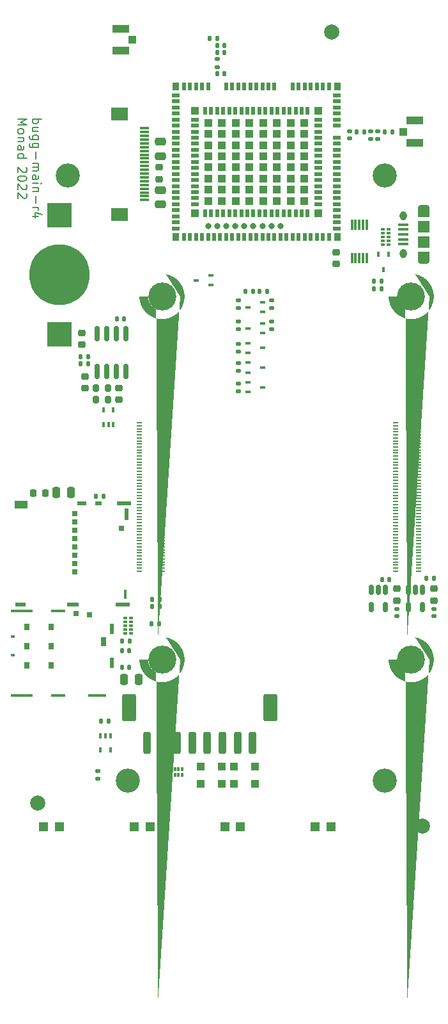
<source format=gbr>
%TF.GenerationSoftware,KiCad,Pcbnew,6.99.0-1.20221101gitf80c150.fc36*%
%TF.CreationDate,2022-11-23T15:43:31+00:00*%
%TF.ProjectId,bugg-main-r4,62756767-2d6d-4616-996e-2d72342e6b69,rev?*%
%TF.SameCoordinates,Original*%
%TF.FileFunction,Soldermask,Top*%
%TF.FilePolarity,Negative*%
%FSLAX46Y46*%
G04 Gerber Fmt 4.6, Leading zero omitted, Abs format (unit mm)*
G04 Created by KiCad (PCBNEW 6.99.0-1.20221101gitf80c150.fc36) date 2022-11-23 15:43:31*
%MOMM*%
%LPD*%
G01*
G04 APERTURE LIST*
G04 Aperture macros list*
%AMRoundRect*
0 Rectangle with rounded corners*
0 $1 Rounding radius*
0 $2 $3 $4 $5 $6 $7 $8 $9 X,Y pos of 4 corners*
0 Add a 4 corners polygon primitive as box body*
4,1,4,$2,$3,$4,$5,$6,$7,$8,$9,$2,$3,0*
0 Add four circle primitives for the rounded corners*
1,1,$1+$1,$2,$3*
1,1,$1+$1,$4,$5*
1,1,$1+$1,$6,$7*
1,1,$1+$1,$8,$9*
0 Add four rect primitives between the rounded corners*
20,1,$1+$1,$2,$3,$4,$5,0*
20,1,$1+$1,$4,$5,$6,$7,0*
20,1,$1+$1,$6,$7,$8,$9,0*
20,1,$1+$1,$8,$9,$2,$3,0*%
%AMFreePoly0*
4,1,101,-1.895792,2.944575,-1.557458,2.864389,-1.230721,2.745466,-0.920000,2.589416,-0.629496,2.398348,-0.363138,2.174847,-0.124527,1.921935,0.083109,1.643032,0.256962,1.341910,0.394681,1.022640,0.494404,0.689541,0.554783,0.347118,0.575000,0.000000,0.554783,-0.347118,0.494404,-0.689541,0.394681,-1.022640,0.256962,-1.341910,0.083109,-1.643032,-0.124527,-1.921935,-0.363138,-2.174847,
-0.629496,-2.398348,-0.920000,-2.589416,-1.230721,-2.745466,-1.557458,-2.864389,-1.895792,-2.944575,-2.241147,-2.984941,-2.588853,-2.984941,-2.934208,-2.944575,-3.272542,-2.864389,-3.599279,-2.745466,-3.910000,-2.589416,-4.200504,-2.398348,-4.466862,-2.174847,-4.705473,-1.921935,-4.913109,-1.643032,-5.086962,-1.341910,-5.224681,-1.022640,-5.324404,-0.689541,-5.384783,-0.347118,-5.405000,0.000000,
-4.259700,0.000000,-4.240924,-0.262528,-4.184977,-0.519712,-4.092998,-0.766316,-3.966860,-0.997320,-3.809131,-1.208022,-3.623022,-1.394131,-3.412320,-1.551860,-3.181316,-1.677998,-2.934712,-1.769977,-2.677528,-1.825924,-2.415000,-1.844700,-2.152472,-1.825924,-1.895288,-1.769977,-1.648684,-1.677998,-1.417680,-1.551860,-1.206978,-1.394131,-1.020869,-1.208022,-0.863140,-0.997320,-0.737002,-0.766316,
-0.645023,-0.519712,-0.589076,-0.262528,-0.570300,0.000000,-0.589076,0.262528,-0.645023,0.519712,-0.737002,0.766316,-0.863140,0.997320,-1.020869,1.208022,-1.206978,1.394131,-1.417680,1.551860,-1.648684,1.677998,-1.895288,1.769977,-2.152472,1.825924,-2.415000,1.844700,-2.677528,1.825924,-2.934712,1.769977,-3.181316,1.677998,-3.412320,1.551860,-3.623022,1.394131,-3.809131,1.208022,
-3.966860,0.997320,-4.092998,0.766316,-4.184977,0.519712,-4.240924,0.262528,-4.259700,0.000000,-5.405000,0.000000,-5.384783,0.347118,-5.324404,0.689541,-5.224681,1.022640,-5.086962,1.341910,-4.913109,1.643032,-4.705473,1.921935,-4.466862,2.174847,-4.200504,2.398348,-3.910000,2.589416,-3.599279,2.745466,-3.272542,2.864389,-2.934208,2.944575,-2.588853,2.984941,-2.241147,2.984941,
-1.895792,2.944575,-1.895792,2.944575,$1*%
G04 Aperture macros list end*
%ADD10C,0.200000*%
%ADD11RoundRect,0.150000X-0.150000X0.512500X-0.150000X-0.512500X0.150000X-0.512500X0.150000X0.512500X0*%
%ADD12R,1.350000X0.400000*%
%ADD13O,1.550000X0.890000*%
%ADD14R,1.550000X1.200000*%
%ADD15O,0.950000X1.250000*%
%ADD16R,1.550000X1.500000*%
%ADD17R,1.200000X1.200000*%
%ADD18R,0.700000X0.450000*%
%ADD19RoundRect,0.135000X0.185000X-0.135000X0.185000X0.135000X-0.185000X0.135000X-0.185000X-0.135000X0*%
%ADD20RoundRect,0.250000X-0.250000X-1.200000X0.250000X-1.200000X0.250000X1.200000X-0.250000X1.200000X0*%
%ADD21RoundRect,0.250000X-0.650000X-1.550000X0.650000X-1.550000X0.650000X1.550000X-0.650000X1.550000X0*%
%ADD22RoundRect,0.225000X0.250000X-0.225000X0.250000X0.225000X-0.250000X0.225000X-0.250000X-0.225000X0*%
%ADD23RoundRect,0.250000X-0.475000X0.250000X-0.475000X-0.250000X0.475000X-0.250000X0.475000X0.250000X0*%
%ADD24RoundRect,0.150000X0.150000X-0.825000X0.150000X0.825000X-0.150000X0.825000X-0.150000X-0.825000X0*%
%ADD25RoundRect,0.218750X-0.256250X0.218750X-0.256250X-0.218750X0.256250X-0.218750X0.256250X0.218750X0*%
%ADD26RoundRect,0.135000X0.135000X0.185000X-0.135000X0.185000X-0.135000X-0.185000X0.135000X-0.185000X0*%
%ADD27R,0.450000X0.700000*%
%ADD28R,0.550000X0.300000*%
%ADD29R,0.550000X0.400000*%
%ADD30RoundRect,0.135000X-0.185000X0.135000X-0.185000X-0.135000X0.185000X-0.135000X0.185000X0.135000X0*%
%ADD31R,1.050000X1.000000*%
%ADD32R,2.200000X1.050000*%
%ADD33RoundRect,0.140000X0.140000X0.170000X-0.140000X0.170000X-0.140000X-0.170000X0.140000X-0.170000X0*%
%ADD34RoundRect,0.135000X-0.135000X-0.185000X0.135000X-0.185000X0.135000X0.185000X-0.135000X0.185000X0*%
%ADD35RoundRect,0.140000X-0.140000X-0.170000X0.140000X-0.170000X0.140000X0.170000X-0.140000X0.170000X0*%
%ADD36R,0.500000X1.000000*%
%ADD37R,1.000000X0.500000*%
%ADD38R,1.000000X1.000000*%
%ADD39R,0.900000X1.000000*%
%ADD40C,0.800000*%
%ADD41R,0.300000X1.400000*%
%ADD42R,1.100000X1.100000*%
%ADD43C,3.700000*%
%ADD44FreePoly0,0.000000*%
%ADD45C,2.000000*%
%ADD46R,0.700000X0.200000*%
%ADD47C,3.200000*%
%ADD48RoundRect,0.225000X0.225000X0.250000X-0.225000X0.250000X-0.225000X-0.250000X0.225000X-0.250000X0*%
%ADD49RoundRect,0.140000X-0.170000X0.140000X-0.170000X-0.140000X0.170000X-0.140000X0.170000X0.140000X0*%
%ADD50R,0.700000X0.900000*%
%ADD51R,0.700000X0.700000*%
%ADD52R,0.650000X1.200000*%
%ADD53R,2.900000X0.450000*%
%ADD54R,1.900000X0.450000*%
%ADD55R,2.400000X0.450000*%
%ADD56R,0.500000X1.400000*%
%ADD57R,0.600000X0.300000*%
%ADD58R,0.700000X0.750000*%
%ADD59R,0.400000X0.650000*%
%ADD60RoundRect,0.147500X-0.147500X-0.172500X0.147500X-0.172500X0.147500X0.172500X-0.147500X0.172500X0*%
%ADD61RoundRect,0.147500X0.147500X0.172500X-0.147500X0.172500X-0.147500X-0.172500X0.147500X-0.172500X0*%
%ADD62RoundRect,0.250000X0.475000X-0.250000X0.475000X0.250000X-0.475000X0.250000X-0.475000X-0.250000X0*%
%ADD63RoundRect,0.147500X0.172500X-0.147500X0.172500X0.147500X-0.172500X0.147500X-0.172500X-0.147500X0*%
%ADD64R,1.300000X0.300000*%
%ADD65R,2.200000X1.800000*%
%ADD66RoundRect,0.250000X-0.250000X-0.475000X0.250000X-0.475000X0.250000X0.475000X-0.250000X0.475000X0*%
%ADD67R,0.300000X0.550000*%
%ADD68R,0.400000X0.550000*%
%ADD69RoundRect,0.140000X0.170000X-0.140000X0.170000X0.140000X-0.170000X0.140000X-0.170000X-0.140000X0*%
%ADD70RoundRect,0.200000X-0.200000X-0.275000X0.200000X-0.275000X0.200000X0.275000X-0.200000X0.275000X0*%
%ADD71R,3.200000X3.200000*%
%ADD72C,8.000000*%
%ADD73RoundRect,0.225000X-0.250000X0.225000X-0.250000X-0.225000X0.250000X-0.225000X0.250000X0.225000X0*%
%ADD74R,0.700000X0.640000*%
%ADD75R,0.550000X1.550000*%
%ADD76R,1.850000X0.570000*%
%ADD77R,0.820000X0.520000*%
%ADD78R,1.150000X0.520000*%
%ADD79R,1.700000X1.010000*%
%ADD80R,0.450000X1.300000*%
%ADD81R,1.960000X0.570000*%
%ADD82R,1.650000X0.520000*%
%ADD83R,1.450000X0.570000*%
G04 APERTURE END LIST*
D10*
X-25668857Y47464285D02*
X-24468857Y47464285D01*
X-24926000Y47464285D02*
X-24868857Y47350000D01*
X-24868857Y47350000D02*
X-24868857Y47121428D01*
X-24868857Y47121428D02*
X-24926000Y47007142D01*
X-24926000Y47007142D02*
X-24983142Y46950000D01*
X-24983142Y46950000D02*
X-25097428Y46892857D01*
X-25097428Y46892857D02*
X-25440285Y46892857D01*
X-25440285Y46892857D02*
X-25554571Y46950000D01*
X-25554571Y46950000D02*
X-25611714Y47007142D01*
X-25611714Y47007142D02*
X-25668857Y47121428D01*
X-25668857Y47121428D02*
X-25668857Y47350000D01*
X-25668857Y47350000D02*
X-25611714Y47464285D01*
X-24868857Y45864286D02*
X-25668857Y45864286D01*
X-24868857Y46378571D02*
X-25497428Y46378571D01*
X-25497428Y46378571D02*
X-25611714Y46321428D01*
X-25611714Y46321428D02*
X-25668857Y46207143D01*
X-25668857Y46207143D02*
X-25668857Y46035714D01*
X-25668857Y46035714D02*
X-25611714Y45921428D01*
X-25611714Y45921428D02*
X-25554571Y45864286D01*
X-24868857Y44778572D02*
X-25840285Y44778572D01*
X-25840285Y44778572D02*
X-25954571Y44835714D01*
X-25954571Y44835714D02*
X-26011714Y44892857D01*
X-26011714Y44892857D02*
X-26068857Y45007143D01*
X-26068857Y45007143D02*
X-26068857Y45178572D01*
X-26068857Y45178572D02*
X-26011714Y45292857D01*
X-25611714Y44778572D02*
X-25668857Y44892857D01*
X-25668857Y44892857D02*
X-25668857Y45121429D01*
X-25668857Y45121429D02*
X-25611714Y45235714D01*
X-25611714Y45235714D02*
X-25554571Y45292857D01*
X-25554571Y45292857D02*
X-25440285Y45350000D01*
X-25440285Y45350000D02*
X-25097428Y45350000D01*
X-25097428Y45350000D02*
X-24983142Y45292857D01*
X-24983142Y45292857D02*
X-24926000Y45235714D01*
X-24926000Y45235714D02*
X-24868857Y45121429D01*
X-24868857Y45121429D02*
X-24868857Y44892857D01*
X-24868857Y44892857D02*
X-24926000Y44778572D01*
X-24868857Y43692858D02*
X-25840285Y43692858D01*
X-25840285Y43692858D02*
X-25954571Y43750000D01*
X-25954571Y43750000D02*
X-26011714Y43807143D01*
X-26011714Y43807143D02*
X-26068857Y43921429D01*
X-26068857Y43921429D02*
X-26068857Y44092858D01*
X-26068857Y44092858D02*
X-26011714Y44207143D01*
X-25611714Y43692858D02*
X-25668857Y43807143D01*
X-25668857Y43807143D02*
X-25668857Y44035715D01*
X-25668857Y44035715D02*
X-25611714Y44150000D01*
X-25611714Y44150000D02*
X-25554571Y44207143D01*
X-25554571Y44207143D02*
X-25440285Y44264286D01*
X-25440285Y44264286D02*
X-25097428Y44264286D01*
X-25097428Y44264286D02*
X-24983142Y44207143D01*
X-24983142Y44207143D02*
X-24926000Y44150000D01*
X-24926000Y44150000D02*
X-24868857Y44035715D01*
X-24868857Y44035715D02*
X-24868857Y43807143D01*
X-24868857Y43807143D02*
X-24926000Y43692858D01*
X-25211714Y43121429D02*
X-25211714Y42207144D01*
X-25668857Y41635715D02*
X-24868857Y41635715D01*
X-24983142Y41635715D02*
X-24926000Y41578572D01*
X-24926000Y41578572D02*
X-24868857Y41464287D01*
X-24868857Y41464287D02*
X-24868857Y41292858D01*
X-24868857Y41292858D02*
X-24926000Y41178572D01*
X-24926000Y41178572D02*
X-25040285Y41121430D01*
X-25040285Y41121430D02*
X-25668857Y41121430D01*
X-25040285Y41121430D02*
X-24926000Y41064287D01*
X-24926000Y41064287D02*
X-24868857Y40950001D01*
X-24868857Y40950001D02*
X-24868857Y40778572D01*
X-24868857Y40778572D02*
X-24926000Y40664287D01*
X-24926000Y40664287D02*
X-25040285Y40607144D01*
X-25040285Y40607144D02*
X-25668857Y40607144D01*
X-25668857Y39521430D02*
X-25040285Y39521430D01*
X-25040285Y39521430D02*
X-24926000Y39578572D01*
X-24926000Y39578572D02*
X-24868857Y39692858D01*
X-24868857Y39692858D02*
X-24868857Y39921430D01*
X-24868857Y39921430D02*
X-24926000Y40035715D01*
X-25611714Y39521430D02*
X-25668857Y39635715D01*
X-25668857Y39635715D02*
X-25668857Y39921430D01*
X-25668857Y39921430D02*
X-25611714Y40035715D01*
X-25611714Y40035715D02*
X-25497428Y40092858D01*
X-25497428Y40092858D02*
X-25383142Y40092858D01*
X-25383142Y40092858D02*
X-25268857Y40035715D01*
X-25268857Y40035715D02*
X-25211714Y39921430D01*
X-25211714Y39921430D02*
X-25211714Y39635715D01*
X-25211714Y39635715D02*
X-25154571Y39521430D01*
X-25668857Y38950001D02*
X-24868857Y38950001D01*
X-24468857Y38950001D02*
X-24526000Y39007144D01*
X-24526000Y39007144D02*
X-24583142Y38950001D01*
X-24583142Y38950001D02*
X-24526000Y38892858D01*
X-24526000Y38892858D02*
X-24468857Y38950001D01*
X-24468857Y38950001D02*
X-24583142Y38950001D01*
X-24868857Y38378572D02*
X-25668857Y38378572D01*
X-24983142Y38378572D02*
X-24926000Y38321429D01*
X-24926000Y38321429D02*
X-24868857Y38207144D01*
X-24868857Y38207144D02*
X-24868857Y38035715D01*
X-24868857Y38035715D02*
X-24926000Y37921429D01*
X-24926000Y37921429D02*
X-25040285Y37864287D01*
X-25040285Y37864287D02*
X-25668857Y37864287D01*
X-25211714Y37292858D02*
X-25211714Y36378573D01*
X-25668857Y35807144D02*
X-24868857Y35807144D01*
X-25097428Y35807144D02*
X-24983142Y35750001D01*
X-24983142Y35750001D02*
X-24926000Y35692859D01*
X-24926000Y35692859D02*
X-24868857Y35578573D01*
X-24868857Y35578573D02*
X-24868857Y35464287D01*
X-24868857Y34550002D02*
X-25668857Y34550002D01*
X-24411714Y34835716D02*
X-25268857Y35121430D01*
X-25268857Y35121430D02*
X-25268857Y34378573D01*
X-27612857Y47464285D02*
X-26412857Y47464285D01*
X-26412857Y47464285D02*
X-27270000Y47064285D01*
X-27270000Y47064285D02*
X-26412857Y46664285D01*
X-26412857Y46664285D02*
X-27612857Y46664285D01*
X-27612857Y45921428D02*
X-27555714Y46035713D01*
X-27555714Y46035713D02*
X-27498571Y46092856D01*
X-27498571Y46092856D02*
X-27384285Y46149999D01*
X-27384285Y46149999D02*
X-27041428Y46149999D01*
X-27041428Y46149999D02*
X-26927142Y46092856D01*
X-26927142Y46092856D02*
X-26870000Y46035713D01*
X-26870000Y46035713D02*
X-26812857Y45921428D01*
X-26812857Y45921428D02*
X-26812857Y45749999D01*
X-26812857Y45749999D02*
X-26870000Y45635713D01*
X-26870000Y45635713D02*
X-26927142Y45578571D01*
X-26927142Y45578571D02*
X-27041428Y45521428D01*
X-27041428Y45521428D02*
X-27384285Y45521428D01*
X-27384285Y45521428D02*
X-27498571Y45578571D01*
X-27498571Y45578571D02*
X-27555714Y45635713D01*
X-27555714Y45635713D02*
X-27612857Y45749999D01*
X-27612857Y45749999D02*
X-27612857Y45921428D01*
X-26812857Y45007142D02*
X-27612857Y45007142D01*
X-26927142Y45007142D02*
X-26870000Y44949999D01*
X-26870000Y44949999D02*
X-26812857Y44835714D01*
X-26812857Y44835714D02*
X-26812857Y44664285D01*
X-26812857Y44664285D02*
X-26870000Y44549999D01*
X-26870000Y44549999D02*
X-26984285Y44492857D01*
X-26984285Y44492857D02*
X-27612857Y44492857D01*
X-27612857Y43407143D02*
X-26984285Y43407143D01*
X-26984285Y43407143D02*
X-26870000Y43464285D01*
X-26870000Y43464285D02*
X-26812857Y43578571D01*
X-26812857Y43578571D02*
X-26812857Y43807143D01*
X-26812857Y43807143D02*
X-26870000Y43921428D01*
X-27555714Y43407143D02*
X-27612857Y43521428D01*
X-27612857Y43521428D02*
X-27612857Y43807143D01*
X-27612857Y43807143D02*
X-27555714Y43921428D01*
X-27555714Y43921428D02*
X-27441428Y43978571D01*
X-27441428Y43978571D02*
X-27327142Y43978571D01*
X-27327142Y43978571D02*
X-27212857Y43921428D01*
X-27212857Y43921428D02*
X-27155714Y43807143D01*
X-27155714Y43807143D02*
X-27155714Y43521428D01*
X-27155714Y43521428D02*
X-27098571Y43407143D01*
X-27612857Y42321429D02*
X-26412857Y42321429D01*
X-27555714Y42321429D02*
X-27612857Y42435714D01*
X-27612857Y42435714D02*
X-27612857Y42664286D01*
X-27612857Y42664286D02*
X-27555714Y42778571D01*
X-27555714Y42778571D02*
X-27498571Y42835714D01*
X-27498571Y42835714D02*
X-27384285Y42892857D01*
X-27384285Y42892857D02*
X-27041428Y42892857D01*
X-27041428Y42892857D02*
X-26927142Y42835714D01*
X-26927142Y42835714D02*
X-26870000Y42778571D01*
X-26870000Y42778571D02*
X-26812857Y42664286D01*
X-26812857Y42664286D02*
X-26812857Y42435714D01*
X-26812857Y42435714D02*
X-26870000Y42321429D01*
X-26527142Y41087143D02*
X-26470000Y41030000D01*
X-26470000Y41030000D02*
X-26412857Y40915715D01*
X-26412857Y40915715D02*
X-26412857Y40630000D01*
X-26412857Y40630000D02*
X-26470000Y40515715D01*
X-26470000Y40515715D02*
X-26527142Y40458572D01*
X-26527142Y40458572D02*
X-26641428Y40401429D01*
X-26641428Y40401429D02*
X-26755714Y40401429D01*
X-26755714Y40401429D02*
X-26927142Y40458572D01*
X-26927142Y40458572D02*
X-27612857Y41144286D01*
X-27612857Y41144286D02*
X-27612857Y40401429D01*
X-26412857Y39658572D02*
X-26412857Y39544286D01*
X-26412857Y39544286D02*
X-26470000Y39430000D01*
X-26470000Y39430000D02*
X-26527142Y39372858D01*
X-26527142Y39372858D02*
X-26641428Y39315715D01*
X-26641428Y39315715D02*
X-26870000Y39258572D01*
X-26870000Y39258572D02*
X-27155714Y39258572D01*
X-27155714Y39258572D02*
X-27384285Y39315715D01*
X-27384285Y39315715D02*
X-27498571Y39372858D01*
X-27498571Y39372858D02*
X-27555714Y39430000D01*
X-27555714Y39430000D02*
X-27612857Y39544286D01*
X-27612857Y39544286D02*
X-27612857Y39658572D01*
X-27612857Y39658572D02*
X-27555714Y39772858D01*
X-27555714Y39772858D02*
X-27498571Y39830000D01*
X-27498571Y39830000D02*
X-27384285Y39887143D01*
X-27384285Y39887143D02*
X-27155714Y39944286D01*
X-27155714Y39944286D02*
X-26870000Y39944286D01*
X-26870000Y39944286D02*
X-26641428Y39887143D01*
X-26641428Y39887143D02*
X-26527142Y39830000D01*
X-26527142Y39830000D02*
X-26470000Y39772858D01*
X-26470000Y39772858D02*
X-26412857Y39658572D01*
X-26527142Y38801429D02*
X-26470000Y38744286D01*
X-26470000Y38744286D02*
X-26412857Y38630001D01*
X-26412857Y38630001D02*
X-26412857Y38344286D01*
X-26412857Y38344286D02*
X-26470000Y38230001D01*
X-26470000Y38230001D02*
X-26527142Y38172858D01*
X-26527142Y38172858D02*
X-26641428Y38115715D01*
X-26641428Y38115715D02*
X-26755714Y38115715D01*
X-26755714Y38115715D02*
X-26927142Y38172858D01*
X-26927142Y38172858D02*
X-27612857Y38858572D01*
X-27612857Y38858572D02*
X-27612857Y38115715D01*
X-26527142Y37658572D02*
X-26470000Y37601429D01*
X-26470000Y37601429D02*
X-26412857Y37487144D01*
X-26412857Y37487144D02*
X-26412857Y37201429D01*
X-26412857Y37201429D02*
X-26470000Y37087144D01*
X-26470000Y37087144D02*
X-26527142Y37030001D01*
X-26527142Y37030001D02*
X-26641428Y36972858D01*
X-26641428Y36972858D02*
X-26755714Y36972858D01*
X-26755714Y36972858D02*
X-26927142Y37030001D01*
X-26927142Y37030001D02*
X-27612857Y37715715D01*
X-27612857Y37715715D02*
X-27612857Y36972858D01*
D11*
%TO.C,U29*%
X26000000Y-14812500D03*
X25050000Y-14812500D03*
X24100000Y-14812500D03*
X24100000Y-17087500D03*
X26000000Y-17087500D03*
%TD*%
D12*
%TO.C,J15*%
X23499999Y30899999D03*
X23499999Y31549999D03*
X23499999Y32199999D03*
X23499999Y32849999D03*
X23499999Y33499999D03*
D13*
X26199999Y28699999D03*
D14*
X26199999Y29299999D03*
D15*
X23499999Y29699999D03*
D16*
X26199999Y31199999D03*
X26199999Y33199999D03*
D15*
X23499999Y34699999D03*
D14*
X26199999Y35099999D03*
D13*
X26199999Y35699999D03*
%TD*%
D17*
%TO.C,D1*%
X-12199999Y-46099999D03*
X-10099999Y-46099999D03*
%TD*%
D18*
%TO.C,Q11*%
X4849999Y19149999D03*
X4849999Y20449999D03*
X2849999Y19799999D03*
%TD*%
D19*
%TO.C,R44*%
X1650000Y22440000D03*
X1650000Y23460000D03*
%TD*%
D20*
%TO.C,J10*%
X-10500000Y-35000000D03*
X-8500000Y-35000000D03*
X-6500000Y-35000000D03*
X-4500000Y-35000000D03*
X-2500000Y-35000000D03*
X-500000Y-35000000D03*
X1500000Y-35000000D03*
X3500000Y-35000000D03*
D21*
X-12850000Y-30350000D03*
X5850000Y-30350000D03*
%TD*%
D22*
%TO.C,C36*%
X-14200000Y10375000D03*
X-14200000Y11925000D03*
%TD*%
D23*
%TO.C,C23*%
X-8700000Y38050000D03*
X-8700000Y36150000D03*
%TD*%
D18*
%TO.C,Q9*%
X4849999Y21949999D03*
X4849999Y23249999D03*
X2849999Y22599999D03*
%TD*%
D19*
%TO.C,R43*%
X6050000Y22440000D03*
X6050000Y23460000D03*
%TD*%
D24*
%TO.C,U13*%
X-17055000Y14125000D03*
X-15785000Y14125000D03*
X-14515000Y14125000D03*
X-13245000Y14125000D03*
X-13245000Y19075000D03*
X-14515000Y19075000D03*
X-15785000Y19075000D03*
X-17055000Y19075000D03*
%TD*%
D25*
%TO.C,FB3*%
X27500000Y-14612500D03*
X27500000Y-16187500D03*
%TD*%
D26*
%TO.C,R45*%
X18260000Y45800000D03*
X17240000Y45800000D03*
%TD*%
D27*
%TO.C,Q4*%
X21499999Y29549999D03*
X20199999Y29549999D03*
X20849999Y27549999D03*
%TD*%
D28*
%TO.C,U8*%
X-12568999Y-20507199D03*
X-12568999Y-20007199D03*
D29*
X-12568999Y-19507199D03*
D28*
X-12568999Y-19007199D03*
X-12568999Y-18507199D03*
X-13338999Y-18507199D03*
X-13338999Y-19007199D03*
D29*
X-13338999Y-19507199D03*
D28*
X-13338999Y-20007199D03*
X-13338999Y-20507199D03*
%TD*%
D30*
%TO.C,R20*%
X-1200000Y55370000D03*
X-1200000Y54350000D03*
%TD*%
D26*
%TO.C,R40*%
X5460000Y24700000D03*
X4440000Y24700000D03*
%TD*%
D31*
%TO.C,J12*%
X-12469999Y57949999D03*
D32*
X-13994999Y56474999D03*
X-13994999Y59424999D03*
%TD*%
D33*
%TO.C,C97*%
X27510000Y-13250000D03*
X26550000Y-13250000D03*
%TD*%
D30*
%TO.C,R38*%
X1650000Y15160000D03*
X1650000Y14140000D03*
%TD*%
D34*
%TO.C,R22*%
X-9810000Y-16050000D03*
X-8790000Y-16050000D03*
%TD*%
D35*
%TO.C,C28*%
X-13780000Y-25000000D03*
X-12820000Y-25000000D03*
%TD*%
D26*
%TO.C,R41*%
X22010000Y45800000D03*
X20990000Y45800000D03*
%TD*%
%TO.C,R23*%
X-8840000Y-19300000D03*
X-9860000Y-19300000D03*
%TD*%
D17*
%TO.C,D3*%
X-199999Y-46099999D03*
X1899999Y-46099999D03*
%TD*%
D36*
%TO.C,U7*%
X-2799999Y35019999D03*
X-1999999Y35019999D03*
X-1199999Y35019999D03*
X-399999Y35019999D03*
X399999Y35019999D03*
X1199999Y35019999D03*
X1999999Y35019999D03*
X2799999Y35019999D03*
X3599999Y35019999D03*
X4399999Y35019999D03*
X5199999Y35019999D03*
X5999999Y35019999D03*
X6799999Y35019999D03*
X7599999Y35019999D03*
X8399999Y35019999D03*
X9199999Y35019999D03*
X9999999Y35019999D03*
X10799999Y35019999D03*
D37*
X12179999Y36199999D03*
X12179999Y36999999D03*
X12179999Y37799999D03*
X12179999Y38599999D03*
X12179999Y39399999D03*
X12179999Y40199999D03*
X12179999Y40999999D03*
X12179999Y41799999D03*
X12179999Y42599999D03*
X12179999Y43399999D03*
X12179999Y44199999D03*
X12179999Y44999999D03*
X12179999Y45799999D03*
X12179999Y46599999D03*
X12179999Y47399999D03*
D36*
X10799999Y48579999D03*
X9999999Y48579999D03*
X9199999Y48579999D03*
X8399999Y48579999D03*
X7599999Y48579999D03*
X6799999Y48579999D03*
X5999999Y48579999D03*
X5199999Y48579999D03*
X4399999Y48579999D03*
X3599999Y48579999D03*
X2799999Y48579999D03*
X1999999Y48579999D03*
X1199999Y48579999D03*
X399999Y48579999D03*
X-399999Y48579999D03*
X-1199999Y48579999D03*
X-1999999Y48579999D03*
X-2799999Y48579999D03*
D37*
X-4179999Y47399999D03*
X-4179999Y46599999D03*
X-4179999Y45799999D03*
X-4179999Y44999999D03*
X-4179999Y44199999D03*
X-4179999Y43399999D03*
X-4179999Y42599999D03*
X-4179999Y41799999D03*
X-4179999Y40999999D03*
X-4179999Y40199999D03*
X-4179999Y39399999D03*
X-4179999Y38599999D03*
X-4179999Y37799999D03*
X-4179999Y36999999D03*
X-4179999Y36199999D03*
D38*
X-4179999Y35019999D03*
X12179999Y35019999D03*
X12179999Y48579999D03*
X-4179999Y48579999D03*
D36*
X-5599999Y31849999D03*
X-4799999Y31849999D03*
X-3999999Y31849999D03*
X-3199999Y31849999D03*
X-2399999Y31849999D03*
X-1599999Y31849999D03*
X-799999Y31849999D03*
X0Y31849999D03*
X799999Y31849999D03*
X1599999Y31849999D03*
X2399999Y31849999D03*
X3199999Y31849999D03*
X3999999Y31849999D03*
X4799999Y31849999D03*
X5599999Y31849999D03*
X6399999Y31849999D03*
X7199999Y31849999D03*
X7999999Y31849999D03*
X8799999Y31849999D03*
X9599999Y31849999D03*
X10399999Y31849999D03*
X11199999Y31849999D03*
X11999999Y31849999D03*
X12799999Y31849999D03*
X13599999Y31849999D03*
D37*
X14649999Y32999999D03*
X14649999Y33799999D03*
X14649999Y34599999D03*
X14649999Y35399999D03*
X14649999Y36199999D03*
X14649999Y36999999D03*
X14649999Y37799999D03*
X14649999Y38599999D03*
X14649999Y39399999D03*
X14649999Y40199999D03*
X14649999Y40999999D03*
X14649999Y41799999D03*
X14649999Y42599999D03*
X14649999Y43399999D03*
X14649999Y44199999D03*
X14649999Y44999999D03*
X14649999Y46599999D03*
X14649999Y47399999D03*
X14649999Y48199999D03*
X14649999Y48999999D03*
X14649999Y49799999D03*
X14649999Y50599999D03*
D36*
X13599999Y51749999D03*
X12799999Y51749999D03*
X11999999Y51749999D03*
X11199999Y51749999D03*
X10399999Y51749999D03*
X9599999Y51749999D03*
X8799999Y51749999D03*
X6399999Y51749999D03*
X5599999Y51749999D03*
X4799999Y51749999D03*
X3999999Y51749999D03*
X3199999Y51749999D03*
X2399999Y51749999D03*
X1599999Y51749999D03*
X799999Y51749999D03*
X0Y51749999D03*
X-2399999Y51749999D03*
X-3199999Y51749999D03*
X-3999999Y51749999D03*
X-4799999Y51749999D03*
X-5599999Y51749999D03*
D37*
X-6649999Y50599999D03*
X-6649999Y49799999D03*
X-6649999Y48999999D03*
X-6649999Y48199999D03*
X-6649999Y47399999D03*
X-6649999Y46599999D03*
X-6649999Y45799999D03*
X-6649999Y44999999D03*
X-6649999Y44199999D03*
X-6649999Y43399999D03*
X-6649999Y42599999D03*
X-6649999Y41799999D03*
X-6649999Y40999999D03*
X-6649999Y40199999D03*
X-6649999Y39399999D03*
X-6649999Y38599999D03*
X-6649999Y37799999D03*
X-6649999Y36999999D03*
X-6649999Y36199999D03*
X-6649999Y35399999D03*
X-6649999Y34599999D03*
X-6649999Y33799999D03*
X-6649999Y32999999D03*
D39*
X-6699999Y31849999D03*
X14699999Y31849999D03*
X14699999Y51749999D03*
X-6699999Y51749999D03*
D38*
X-2369999Y36654999D03*
X-2369999Y38124999D03*
X-2369999Y39594999D03*
X-2369999Y41064999D03*
X-2369999Y42534999D03*
X-2369999Y44004999D03*
X-2369999Y45474999D03*
X-2369999Y46944999D03*
X-549999Y46944999D03*
X1269999Y46944999D03*
X3089999Y46944999D03*
X4909999Y46944999D03*
X6729999Y46944999D03*
X8549999Y46944999D03*
X10369999Y46944999D03*
X10369999Y45474999D03*
X10369999Y44004999D03*
X10369999Y42534999D03*
X10369999Y41064999D03*
X10369999Y39594999D03*
X10369999Y38124999D03*
X10369999Y36654999D03*
X8549999Y36654999D03*
X6729999Y36654999D03*
X4909999Y36654999D03*
X3089999Y36654999D03*
X1269999Y36654999D03*
X-549999Y36654999D03*
X-549999Y38124999D03*
X-549999Y39594999D03*
X-549999Y41064999D03*
X-549999Y42534999D03*
X-549999Y44004999D03*
X-549999Y45474999D03*
X1269999Y45474999D03*
X3089999Y45474999D03*
X4909999Y45474999D03*
X6729999Y45474999D03*
X8549999Y45474999D03*
X8549999Y44004999D03*
X8549999Y42534999D03*
X8549999Y41064999D03*
X8549999Y39594999D03*
X8549999Y38124999D03*
X6729999Y38124999D03*
X4909999Y38124999D03*
X3089999Y38124999D03*
X1269999Y38124999D03*
X1269999Y39594999D03*
X1269999Y41064999D03*
X1269999Y42534999D03*
X1269999Y44004999D03*
X3089999Y44004999D03*
X4909999Y44004999D03*
X6729999Y44004999D03*
X6729999Y42534999D03*
X6729999Y41064999D03*
X6729999Y39594999D03*
X4909999Y39594999D03*
X3089999Y39594999D03*
X3089999Y41064999D03*
X3089999Y42534999D03*
X4909999Y42534999D03*
X4909999Y41064999D03*
D40*
X-2400000Y33320000D03*
X-1200000Y33320000D03*
X0Y33320000D03*
X1200000Y33320000D03*
X2400000Y33320000D03*
X3600000Y33320000D03*
X4800000Y33320000D03*
X6000000Y33320000D03*
X7200000Y33320000D03*
%TD*%
D41*
%TO.C,U15*%
X16649999Y29099999D03*
X17149999Y29099999D03*
X17649999Y29099999D03*
X18149999Y29099999D03*
X18649999Y29099999D03*
X18649999Y33499999D03*
X18149999Y33499999D03*
X17649999Y33499999D03*
X17149999Y33499999D03*
X16649999Y33499999D03*
%TD*%
D42*
%TO.C,D23*%
X3849999Y-40449999D03*
X1049999Y-40449999D03*
%TD*%
%TO.C,D22*%
X-3349999Y-40449999D03*
X-549999Y-40449999D03*
%TD*%
D30*
%TO.C,R33*%
X1650000Y17710000D03*
X1650000Y16690000D03*
%TD*%
D43*
%TO.C,SP3*%
X24500000Y-24000000D03*
D44*
X26915000Y-24000000D03*
%TD*%
D45*
%TO.C,FID2*%
X-25000000Y-43000000D03*
%TD*%
D42*
%TO.C,D24*%
X3849999Y-38149999D03*
X1049999Y-38149999D03*
%TD*%
D30*
%TO.C,R37*%
X1650000Y12510000D03*
X1650000Y11490000D03*
%TD*%
D35*
%TO.C,C20*%
X-1180000Y53460000D03*
X-220000Y53460000D03*
%TD*%
D26*
%TO.C,R2*%
X-18290000Y15100000D03*
X-19310000Y15100000D03*
%TD*%
D30*
%TO.C,R5*%
X-17050000Y-38740000D03*
X-17050000Y-39760000D03*
%TD*%
D42*
%TO.C,D21*%
X-3349999Y-38149999D03*
X-549999Y-38149999D03*
%TD*%
D45*
%TO.C,FID3*%
X26000000Y-46000000D03*
%TD*%
D46*
%TO.C,Module1*%
X-11499999Y7299999D03*
X-8419999Y7299999D03*
X-11499999Y6899999D03*
X-8419999Y6899999D03*
X-11499999Y6499999D03*
X-8419999Y6499999D03*
X-11499999Y6099999D03*
X-8419999Y6099999D03*
X-11499999Y5699999D03*
X-8419999Y5699999D03*
X-11499999Y5299999D03*
X-8419999Y5299999D03*
X-11499999Y4899999D03*
X-8419999Y4899999D03*
X-11499999Y4499999D03*
X-8419999Y4499999D03*
X-11499999Y4099999D03*
X-8419999Y4099999D03*
X-11499999Y3699999D03*
X-8419999Y3699999D03*
X-11499999Y3299999D03*
X-8419999Y3299999D03*
X-11499999Y2899999D03*
X-8419999Y2899999D03*
X-11499999Y2499999D03*
X-8419999Y2499999D03*
X-11499999Y2099999D03*
X-8419999Y2099999D03*
X-11499999Y1699999D03*
X-8419999Y1699999D03*
X-11499999Y1299999D03*
X-8419999Y1299999D03*
X-11499999Y899999D03*
X-8419999Y899999D03*
X-11499999Y499999D03*
X-8419999Y499999D03*
X-11499999Y99999D03*
X-8419999Y99999D03*
X-11499999Y-299999D03*
X-8419999Y-299999D03*
X-11499999Y-699999D03*
X-8419999Y-699999D03*
X-11499999Y-1099999D03*
X-8419999Y-1099999D03*
X-11499999Y-1499999D03*
X-8419999Y-1499999D03*
X-11499999Y-1899999D03*
X-8419999Y-1899999D03*
X-11499999Y-2299999D03*
X-8419999Y-2299999D03*
X-11499999Y-2699999D03*
X-8419999Y-2699999D03*
X-11499999Y-3099999D03*
X-8419999Y-3099999D03*
X-11499999Y-3499999D03*
X-8419999Y-3499999D03*
X-11499999Y-3899999D03*
X-8419999Y-3899999D03*
X-11499999Y-4299999D03*
X-8419999Y-4299999D03*
X-11499999Y-4699999D03*
X-8419999Y-4699999D03*
X-11499999Y-5099999D03*
X-8419999Y-5099999D03*
X-11499999Y-5499999D03*
X-8419999Y-5499999D03*
X-11499999Y-5899999D03*
X-8419999Y-5899999D03*
X-11499999Y-6299999D03*
X-8419999Y-6299999D03*
X-11499999Y-6699999D03*
X-8419999Y-6699999D03*
X-11499999Y-7099999D03*
X-8419999Y-7099999D03*
X-11499999Y-7499999D03*
X-8419999Y-7499999D03*
X-11499999Y-7899999D03*
X-8419999Y-7899999D03*
X-11499999Y-8299999D03*
X-8419999Y-8299999D03*
X-11499999Y-8699999D03*
X-8419999Y-8699999D03*
X-11499999Y-9099999D03*
X-8419999Y-9099999D03*
X-11499999Y-9499999D03*
X-8419999Y-9499999D03*
X-11499999Y-9899999D03*
X-8419999Y-9899999D03*
X-11499999Y-10299999D03*
X-8419999Y-10299999D03*
X-11499999Y-10699999D03*
X-8419999Y-10699999D03*
X-11499999Y-11099999D03*
X-8419999Y-11099999D03*
X-11499999Y-11499999D03*
X-8419999Y-11499999D03*
X-11499999Y-11899999D03*
X-8419999Y-11899999D03*
X-11499999Y-12299999D03*
X-8419999Y-12299999D03*
X22419999Y7299999D03*
X25499999Y7299999D03*
X22419999Y6899999D03*
X25499999Y6899999D03*
X22419999Y6499999D03*
X25499999Y6499999D03*
X22419999Y6099999D03*
X25499999Y6099999D03*
X22419999Y5699999D03*
X25499999Y5699999D03*
X22419999Y5299999D03*
X25499999Y5299999D03*
X22419999Y4899999D03*
X25499999Y4899999D03*
X22419999Y4499999D03*
X25499999Y4499999D03*
X22419999Y4099999D03*
X25499999Y4099999D03*
X22419999Y3699999D03*
X25499999Y3699999D03*
X22419999Y3299999D03*
X25499999Y3299999D03*
X22419999Y2899999D03*
X25499999Y2899999D03*
X22419999Y2499999D03*
X25499999Y2499999D03*
X22419999Y2099999D03*
X25499999Y2099999D03*
X22419999Y1699999D03*
X25499999Y1699999D03*
X22419999Y1299999D03*
X25499999Y1299999D03*
X22419999Y899999D03*
X25499999Y899999D03*
X22419999Y499999D03*
X25499999Y499999D03*
X22419999Y99999D03*
X25499999Y99999D03*
X22419999Y-299999D03*
X25499999Y-299999D03*
X22419999Y-699999D03*
X25499999Y-699999D03*
X22419999Y-1099999D03*
X25499999Y-1099999D03*
X22419999Y-1499999D03*
X25499999Y-1499999D03*
X22419999Y-1899999D03*
X25499999Y-1899999D03*
X22419999Y-2299999D03*
X25499999Y-2299999D03*
X22419999Y-2699999D03*
X25499999Y-2699999D03*
X22419999Y-3099999D03*
X25499999Y-3099999D03*
X22419999Y-3499999D03*
X25499999Y-3499999D03*
X22419999Y-3899999D03*
X25499999Y-3899999D03*
X22419999Y-4299999D03*
X25499999Y-4299999D03*
X22419999Y-4699999D03*
X25499999Y-4699999D03*
X22419999Y-5099999D03*
X25499999Y-5099999D03*
X22419999Y-5499999D03*
X25499999Y-5499999D03*
X22419999Y-5899999D03*
X25499999Y-5899999D03*
X22419999Y-6299999D03*
X25499999Y-6299999D03*
X22419999Y-6699999D03*
X25499999Y-6699999D03*
X22419999Y-7099999D03*
X25499999Y-7099999D03*
X22419999Y-7499999D03*
X25499999Y-7499999D03*
X22419999Y-7899999D03*
X25499999Y-7899999D03*
X22419999Y-8299999D03*
X25499999Y-8299999D03*
X22419999Y-8699999D03*
X25499999Y-8699999D03*
X22419999Y-9099999D03*
X25499999Y-9099999D03*
X22419999Y-9499999D03*
X25499999Y-9499999D03*
X22419999Y-9899999D03*
X25499999Y-9899999D03*
X22419999Y-10299999D03*
X25499999Y-10299999D03*
X22419999Y-10699999D03*
X25499999Y-10699999D03*
X22419999Y-11099999D03*
X25499999Y-11099999D03*
X22419999Y-11499999D03*
X25499999Y-11499999D03*
X22419999Y-11899999D03*
X25499999Y-11899999D03*
X22419999Y-12299999D03*
X25499999Y-12299999D03*
%TD*%
D34*
%TO.C,R4*%
X-16610000Y-32100000D03*
X-15590000Y-32100000D03*
%TD*%
D47*
%TO.C,H4*%
X-13000000Y-40000000D03*
%TD*%
D43*
%TO.C,SP1*%
X-8500000Y24000000D03*
D44*
X-6085000Y24000000D03*
%TD*%
D34*
%TO.C,R21*%
X-9810000Y-17000000D03*
X-8790000Y-17000000D03*
%TD*%
%TO.C,R3*%
X-8760000Y9400000D03*
X-7740000Y9400000D03*
%TD*%
D48*
%TO.C,C30*%
X-23975000Y-2000000D03*
X-25525000Y-2000000D03*
%TD*%
D22*
%TO.C,C21*%
X-8850000Y39525000D03*
X-8850000Y41075000D03*
%TD*%
D18*
%TO.C,Q8*%
X-1999999Y25499999D03*
X-1999999Y26799999D03*
X-3999999Y26149999D03*
%TD*%
D49*
%TO.C,C100*%
X22600000Y-17320000D03*
X22600000Y-18280000D03*
%TD*%
D50*
%TO.C,J13*%
X-26399999Y-24739999D03*
X-26399999Y-22199999D03*
X-26399999Y-19659999D03*
X-23229999Y-24739999D03*
X-23229999Y-22199999D03*
X-23229999Y-19659999D03*
D51*
X-19899999Y-17929999D03*
D52*
X-16224999Y-21649999D03*
D53*
X-27099999Y-28754999D03*
D54*
X-22249999Y-28754999D03*
D55*
X-17099999Y-28754999D03*
D56*
X-15149999Y-24399999D03*
D57*
X-28249999Y-23419999D03*
X-28249999Y-20979999D03*
D56*
X-15149999Y-19979999D03*
D58*
X-18099999Y-18104999D03*
D53*
X-27099999Y-17604999D03*
D54*
X-22249999Y-17604999D03*
%TD*%
D59*
%TO.C,U14*%
X-16249999Y7099999D03*
X-15599999Y7099999D03*
X-14949999Y7099999D03*
X-14949999Y8999999D03*
X-16249999Y8999999D03*
%TD*%
D22*
%TO.C,C35*%
X-18700000Y11875000D03*
X-18700000Y13425000D03*
%TD*%
D11*
%TO.C,U30*%
X21100000Y-14812500D03*
X20150000Y-14812500D03*
X19200000Y-14812500D03*
X19200000Y-17087500D03*
X21100000Y-17087500D03*
%TD*%
D30*
%TO.C,R34*%
X-8600000Y-41440000D03*
X-8600000Y-42460000D03*
%TD*%
D33*
%TO.C,C19*%
X-220000Y56260000D03*
X-1180000Y56260000D03*
%TD*%
%TO.C,C99*%
X21630000Y-13400000D03*
X20670000Y-13400000D03*
%TD*%
D60*
%TO.C,D6*%
X-13785000Y-21550000D03*
X-12815000Y-21550000D03*
%TD*%
D61*
%TO.C,D20*%
X-13515000Y21050000D03*
X-14485000Y21050000D03*
%TD*%
D17*
%TO.C,D7*%
X11799999Y-46099999D03*
X13899999Y-46099999D03*
%TD*%
D62*
%TO.C,C22*%
X-8700000Y42550000D03*
X-8700000Y44450000D03*
%TD*%
D34*
%TO.C,R39*%
X2540000Y24650000D03*
X3560000Y24650000D03*
%TD*%
D63*
%TO.C,D25*%
X20100000Y44840000D03*
X20100000Y45810000D03*
%TD*%
D45*
%TO.C,FID1*%
X14000000Y59000000D03*
%TD*%
D64*
%TO.C,J16*%
X-10849999Y46249999D03*
X-10849999Y45749999D03*
X-10849999Y45249999D03*
X-10849999Y44749999D03*
X-10849999Y44249999D03*
X-10849999Y43749999D03*
X-10849999Y43249999D03*
X-10849999Y42749999D03*
X-10849999Y42249999D03*
X-10849999Y41749999D03*
X-10849999Y41249999D03*
X-10849999Y40749999D03*
X-10849999Y40249999D03*
X-10849999Y39749999D03*
X-10849999Y39249999D03*
X-10849999Y38749999D03*
X-10849999Y38249999D03*
X-10849999Y37749999D03*
X-10849999Y37249999D03*
X-10849999Y36749999D03*
D65*
X-14099999Y48149999D03*
X-14099999Y34849999D03*
%TD*%
D26*
%TO.C,R24*%
X-16240000Y-2400000D03*
X-17260000Y-2400000D03*
%TD*%
D19*
%TO.C,R42*%
X6050000Y19690000D03*
X6050000Y20710000D03*
%TD*%
D34*
%TO.C,R31*%
X19590000Y26050000D03*
X20610000Y26050000D03*
%TD*%
D47*
%TO.C,H1*%
X-21000000Y40000000D03*
%TD*%
D49*
%TO.C,C98*%
X27500000Y-17320000D03*
X27500000Y-18280000D03*
%TD*%
D34*
%TO.C,R19*%
X-2210000Y58160000D03*
X-1190000Y58160000D03*
%TD*%
D19*
%TO.C,R46*%
X1650000Y19640000D03*
X1650000Y20660000D03*
%TD*%
D66*
%TO.C,C29*%
X-22500000Y-1900000D03*
X-20600000Y-1900000D03*
%TD*%
D67*
%TO.C,U2*%
X-7799999Y-39219999D03*
X-7299999Y-39219999D03*
D68*
X-6799999Y-39219999D03*
D67*
X-6299999Y-39219999D03*
X-5799999Y-39219999D03*
X-5799999Y-38449999D03*
X-6299999Y-38449999D03*
D68*
X-6799999Y-38449999D03*
D67*
X-7299999Y-38449999D03*
X-7799999Y-38449999D03*
%TD*%
D43*
%TO.C,SP2*%
X24500000Y24000000D03*
D44*
X26915000Y24000000D03*
%TD*%
D25*
%TO.C,FB4*%
X22600000Y-14612500D03*
X22600000Y-16187500D03*
%TD*%
D69*
%TO.C,C51*%
X19150000Y44845000D03*
X19150000Y45805000D03*
%TD*%
D70*
%TO.C,R30*%
X-17275000Y10400000D03*
X-15625000Y10400000D03*
%TD*%
D71*
%TO.C,BT1*%
X-22099999Y19024999D03*
X-22099999Y34774999D03*
D72*
X-22100000Y26900000D03*
%TD*%
D70*
%TO.C,R29*%
X-17275000Y11900000D03*
X-15625000Y11900000D03*
%TD*%
D18*
%TO.C,Q7*%
X2849999Y15249999D03*
X2849999Y13949999D03*
X4849999Y14599999D03*
%TD*%
D35*
%TO.C,C26*%
X-13780000Y-22850000D03*
X-12820000Y-22850000D03*
%TD*%
D61*
%TO.C,D9*%
X-215000Y57200000D03*
X-1185000Y57200000D03*
%TD*%
D26*
%TO.C,R1*%
X-18290000Y16050000D03*
X-19310000Y16050000D03*
%TD*%
D34*
%TO.C,R32*%
X19590000Y25000000D03*
X20610000Y25000000D03*
%TD*%
D18*
%TO.C,Q6*%
X2849999Y12649999D03*
X2849999Y11349999D03*
X4849999Y11999999D03*
%TD*%
D17*
%TO.C,D2*%
X-24199999Y-46099999D03*
X-22099999Y-46099999D03*
%TD*%
D73*
%TO.C,C34*%
X-19100000Y19175000D03*
X-19100000Y17625000D03*
%TD*%
D18*
%TO.C,Q5*%
X2849999Y17849999D03*
X2849999Y16549999D03*
X4849999Y17199999D03*
%TD*%
D31*
%TO.C,J17*%
X23424999Y45774999D03*
D32*
X24949999Y47249999D03*
X24949999Y44299999D03*
%TD*%
D47*
%TO.C,H2*%
X21000000Y40000000D03*
%TD*%
D74*
%TO.C,J14*%
X-20049999Y-12369999D03*
X-20049999Y-11269999D03*
X-20049999Y-10169999D03*
X-20049999Y-9069999D03*
X-20049999Y-7969999D03*
X-20049999Y-6869999D03*
X-20049999Y-5769999D03*
X-20049999Y-4669999D03*
D75*
X-13224999Y-4774999D03*
D51*
X-13849999Y-6669999D03*
D76*
X-13549999Y-3349999D03*
D77*
X-16909999Y-3349999D03*
D78*
X-19119999Y-3349999D03*
D79*
X-27149999Y-3534999D03*
D80*
X-13394999Y-15399999D03*
D81*
X-13679999Y-16684999D03*
D82*
X-20319999Y-16684999D03*
D83*
X-27274999Y-16684999D03*
%TD*%
D43*
%TO.C,SP4*%
X-8500000Y-24000000D03*
D44*
X-6085000Y-24000000D03*
%TD*%
D49*
%TO.C,C61*%
X16350000Y45830000D03*
X16350000Y44870000D03*
%TD*%
D59*
%TO.C,U1*%
X-15349999Y-34049999D03*
X-15999999Y-34049999D03*
X-16649999Y-34049999D03*
X-16649999Y-35949999D03*
X-15349999Y-35949999D03*
%TD*%
D73*
%TO.C,C37*%
X14600000Y29875000D03*
X14600000Y28325000D03*
%TD*%
D66*
%TO.C,C24*%
X-13500000Y-26600000D03*
X-11600000Y-26600000D03*
%TD*%
D47*
%TO.C,H3*%
X21000000Y-40000000D03*
%TD*%
D28*
%TO.C,U16*%
X21484999Y30849999D03*
X21484999Y31349999D03*
D29*
X21484999Y31849999D03*
D28*
X21484999Y32349999D03*
X21484999Y32849999D03*
X20714999Y32849999D03*
X20714999Y32349999D03*
D29*
X20714999Y31849999D03*
D28*
X20714999Y31349999D03*
X20714999Y30849999D03*
%TD*%
M02*

</source>
